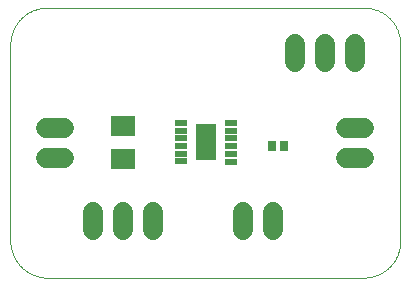
<source format=gts>
G04 EAGLE Gerber X2 export*
G75*
%MOMM*%
%FSLAX35Y35*%
%LPD*%
%AMOC8*
5,1,8,0,0,1.08239X$1,22.5*%
G01*
%ADD10C,0.100000*%
%ADD11C,0.101600*%
%ADD12R,1.103200X0.603200*%
%ADD13R,1.803200X3.103200*%
%ADD14R,0.803200X0.903200*%
%ADD15C,1.727200*%
%ADD16R,2.006200X1.803200*%


D10*
X2984500Y0D02*
X2992095Y-50D01*
X2999690Y85D01*
X3007279Y404D01*
X3014858Y909D01*
X3022422Y1598D01*
X3029968Y2471D01*
X3037490Y3528D01*
X3044984Y4768D01*
X3052445Y6190D01*
X3059870Y7794D01*
X3067253Y9578D01*
X3074590Y11541D01*
X3081878Y13682D01*
X3089111Y16001D01*
X3096286Y18495D01*
X3103398Y21163D01*
X3110442Y24004D01*
X3117415Y27015D01*
X3124313Y30196D01*
X3131132Y33543D01*
X3137866Y37056D01*
X3144513Y40732D01*
X3151069Y44569D01*
X3157529Y48564D01*
X3163890Y52715D01*
X3170148Y57021D01*
X3176299Y61477D01*
X3182339Y66082D01*
X3188266Y70833D01*
X3194075Y75727D01*
X3199763Y80761D01*
X3205326Y85932D01*
X3210763Y91237D01*
X3216068Y96674D01*
X3221239Y102237D01*
X3226273Y107925D01*
X3231167Y113734D01*
X3235918Y119661D01*
X3240523Y125701D01*
X3244979Y131852D01*
X3249285Y138110D01*
X3253436Y144471D01*
X3257431Y150931D01*
X3261268Y157487D01*
X3264944Y164134D01*
X3268457Y170868D01*
X3271804Y177687D01*
X3274985Y184585D01*
X3277996Y191558D01*
X3280837Y198602D01*
X3283505Y205714D01*
X3285999Y212889D01*
X3288318Y220122D01*
X3290459Y227410D01*
X3292422Y234747D01*
X3294206Y242130D01*
X3295810Y249555D01*
X3297232Y257016D01*
X3298472Y264510D01*
X3299529Y272032D01*
X3300402Y279578D01*
X3301091Y287142D01*
X3301596Y294721D01*
X3301915Y302310D01*
X3302050Y309905D01*
X3302000Y317500D01*
X3302000Y1968500D02*
X3302050Y1976095D01*
X3301915Y1983690D01*
X3301596Y1991279D01*
X3301091Y1998858D01*
X3300402Y2006422D01*
X3299529Y2013968D01*
X3298472Y2021490D01*
X3297232Y2028984D01*
X3295810Y2036445D01*
X3294206Y2043870D01*
X3292422Y2051253D01*
X3290459Y2058590D01*
X3288318Y2065878D01*
X3285999Y2073111D01*
X3283505Y2080286D01*
X3280837Y2087398D01*
X3277996Y2094442D01*
X3274985Y2101415D01*
X3271804Y2108313D01*
X3268457Y2115132D01*
X3264944Y2121866D01*
X3261268Y2128513D01*
X3257431Y2135069D01*
X3253436Y2141529D01*
X3249285Y2147890D01*
X3244979Y2154148D01*
X3240523Y2160299D01*
X3235918Y2166339D01*
X3231167Y2172266D01*
X3226273Y2178075D01*
X3221239Y2183763D01*
X3216068Y2189326D01*
X3210763Y2194763D01*
X3205326Y2200068D01*
X3199763Y2205239D01*
X3194075Y2210273D01*
X3188266Y2215167D01*
X3182339Y2219918D01*
X3176299Y2224523D01*
X3170148Y2228979D01*
X3163890Y2233285D01*
X3157529Y2237436D01*
X3151069Y2241431D01*
X3144513Y2245268D01*
X3137866Y2248944D01*
X3131132Y2252457D01*
X3124313Y2255804D01*
X3117415Y2258985D01*
X3110442Y2261996D01*
X3103398Y2264837D01*
X3096286Y2267505D01*
X3089111Y2269999D01*
X3081878Y2272318D01*
X3074590Y2274459D01*
X3067253Y2276422D01*
X3059870Y2278206D01*
X3052445Y2279810D01*
X3044984Y2281232D01*
X3037490Y2282472D01*
X3029968Y2283529D01*
X3022422Y2284402D01*
X3014858Y2285091D01*
X3007279Y2285596D01*
X2999690Y2285915D01*
X2992095Y2286050D01*
X2984500Y2286000D01*
X317500Y2286000D02*
X309905Y2286050D01*
X302310Y2285915D01*
X294721Y2285596D01*
X287142Y2285091D01*
X279578Y2284402D01*
X272032Y2283529D01*
X264510Y2282472D01*
X257016Y2281232D01*
X249555Y2279810D01*
X242130Y2278206D01*
X234747Y2276422D01*
X227410Y2274459D01*
X220122Y2272318D01*
X212889Y2269999D01*
X205714Y2267505D01*
X198602Y2264837D01*
X191558Y2261996D01*
X184585Y2258985D01*
X177687Y2255804D01*
X170868Y2252457D01*
X164134Y2248944D01*
X157487Y2245268D01*
X150931Y2241431D01*
X144471Y2237436D01*
X138110Y2233285D01*
X131852Y2228979D01*
X125701Y2224523D01*
X119661Y2219918D01*
X113734Y2215167D01*
X107925Y2210273D01*
X102237Y2205239D01*
X96674Y2200068D01*
X91237Y2194763D01*
X85932Y2189326D01*
X80761Y2183763D01*
X75727Y2178075D01*
X70833Y2172266D01*
X66082Y2166339D01*
X61477Y2160299D01*
X57021Y2154148D01*
X52715Y2147890D01*
X48564Y2141529D01*
X44569Y2135069D01*
X40732Y2128513D01*
X37056Y2121866D01*
X33543Y2115132D01*
X30196Y2108313D01*
X27015Y2101415D01*
X24004Y2094442D01*
X21163Y2087398D01*
X18495Y2080286D01*
X16001Y2073111D01*
X13682Y2065878D01*
X11541Y2058590D01*
X9578Y2051253D01*
X7794Y2043870D01*
X6190Y2036445D01*
X4768Y2028984D01*
X3528Y2021490D01*
X2471Y2013968D01*
X1598Y2006422D01*
X909Y1998858D01*
X404Y1991279D01*
X85Y1983690D01*
X-50Y1976095D01*
X0Y1968500D01*
X0Y317500D02*
X-50Y309905D01*
X85Y302310D01*
X404Y294721D01*
X909Y287142D01*
X1598Y279578D01*
X2471Y272032D01*
X3528Y264510D01*
X4768Y257016D01*
X6190Y249555D01*
X7794Y242130D01*
X9578Y234747D01*
X11541Y227410D01*
X13682Y220122D01*
X16001Y212889D01*
X18495Y205714D01*
X21163Y198602D01*
X24004Y191558D01*
X27015Y184585D01*
X30196Y177687D01*
X33543Y170868D01*
X37056Y164134D01*
X40732Y157487D01*
X44569Y150931D01*
X48564Y144471D01*
X52715Y138110D01*
X57021Y131852D01*
X61477Y125701D01*
X66082Y119661D01*
X70833Y113734D01*
X75727Y107925D01*
X80761Y102237D01*
X85932Y96674D01*
X91237Y91237D01*
X96674Y85932D01*
X102237Y80761D01*
X107925Y75727D01*
X113734Y70833D01*
X119661Y66082D01*
X125701Y61477D01*
X131852Y57021D01*
X138110Y52715D01*
X144471Y48564D01*
X150931Y44569D01*
X157487Y40732D01*
X164134Y37056D01*
X170868Y33543D01*
X177687Y30196D01*
X184585Y27015D01*
X191558Y24004D01*
X198602Y21163D01*
X205714Y18495D01*
X212889Y16001D01*
X220122Y13682D01*
X227410Y11541D01*
X234747Y9578D01*
X242130Y7794D01*
X249555Y6190D01*
X257016Y4768D01*
X264510Y3528D01*
X272032Y2471D01*
X279578Y1598D01*
X287142Y909D01*
X294721Y404D01*
X302310Y85D01*
X309905Y-50D01*
X317500Y0D01*
D11*
X2984500Y0D01*
X3302000Y317500D02*
X3302000Y1968500D01*
X2984500Y2286000D02*
X317500Y2286000D01*
X0Y1968500D02*
X0Y317500D01*
D12*
X1866000Y983000D03*
X1866000Y1048000D03*
X1866000Y1113000D03*
X1866000Y1178000D03*
X1866000Y1243000D03*
X1866000Y1308000D03*
X1446000Y1309000D03*
X1446000Y1244000D03*
X1446000Y1179000D03*
X1446000Y1114000D03*
X1446000Y1049000D03*
X1446000Y984000D03*
D13*
X1656000Y1148000D03*
D14*
X2317750Y1113000D03*
X2217750Y1113000D03*
D15*
X457200Y1016000D02*
X304800Y1016000D01*
X304800Y1270000D02*
X457200Y1270000D01*
X2844800Y1016000D02*
X2997200Y1016000D01*
X2997200Y1270000D02*
X2844800Y1270000D01*
X2921000Y1828800D02*
X2921000Y1981200D01*
X2667000Y1981200D02*
X2667000Y1828800D01*
X2413000Y1828800D02*
X2413000Y1981200D01*
X2222500Y552450D02*
X2222500Y400050D01*
X1968500Y400050D02*
X1968500Y552450D01*
X698500Y552450D02*
X698500Y400050D01*
X952500Y400050D02*
X952500Y552450D01*
X1206500Y552450D02*
X1206500Y400050D01*
D16*
X952500Y1285200D03*
X952500Y1000800D03*
M02*

</source>
